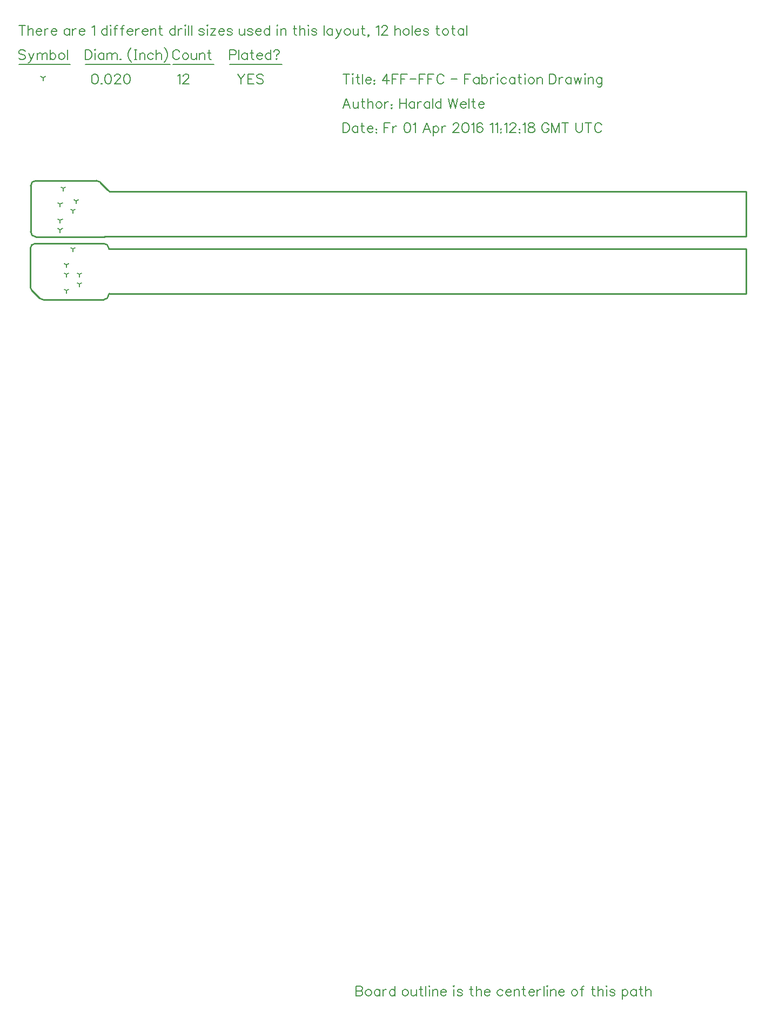
<source format=gbr>
G04 start of page 13 for group -3984 idx -3984 *
G04 Title: 4FF-FFC, fab *
G04 Creator: pcb 20140316 *
G04 CreationDate: Fr 01 Apr 2016 11:12:18 GMT UTC *
G04 For: laforge *
G04 Format: Gerber/RS-274X *
G04 PCB-Dimensions (mil): 6000.00 5000.00 *
G04 PCB-Coordinate-Origin: lower left *
%MOIN*%
%FSLAX25Y25*%
%LNFAB*%
%ADD39C,0.0100*%
%ADD38C,0.0060*%
%ADD37C,0.0080*%
G54D37*X25591Y462598D02*Y460998D01*
Y462598D02*X26977Y463398D01*
X25591Y462598D02*X24204Y463398D01*
X25591Y468504D02*Y466904D01*
Y468504D02*X26977Y469304D01*
X25591Y468504D02*X24204Y469304D01*
X25591Y478346D02*Y476746D01*
Y478346D02*X26977Y479146D01*
X25591Y478346D02*X24204Y479146D01*
X27559Y488189D02*Y486589D01*
Y488189D02*X28946Y488989D01*
X27559Y488189D02*X26172Y488989D01*
X33465Y474409D02*Y472809D01*
Y474409D02*X34851Y475209D01*
X33465Y474409D02*X32078Y475209D01*
X35433Y480315D02*Y478715D01*
Y480315D02*X36820Y481115D01*
X35433Y480315D02*X34046Y481115D01*
X29528Y435039D02*Y433439D01*
Y435039D02*X30914Y435839D01*
X29528Y435039D02*X28141Y435839D01*
X29528Y440945D02*Y439345D01*
Y440945D02*X30914Y441745D01*
X29528Y440945D02*X28141Y441745D01*
X33465Y450787D02*Y449187D01*
Y450787D02*X34851Y451587D01*
X33465Y450787D02*X32078Y451587D01*
X37402Y435039D02*Y433439D01*
Y435039D02*X38788Y435839D01*
X37402Y435039D02*X36015Y435839D01*
X29528Y425197D02*Y423597D01*
Y425197D02*X30914Y425997D01*
X29528Y425197D02*X28141Y425997D01*
X37402Y429134D02*Y427534D01*
Y429134D02*X38788Y429934D01*
X37402Y429134D02*X36015Y429934D01*
X15000Y556250D02*Y554650D01*
Y556250D02*X16387Y557050D01*
X15000Y556250D02*X13613Y557050D01*
G54D38*X135000Y558500D02*X137284Y555642D01*
Y552500D01*
X139572Y558500D02*X137284Y555642D01*
X141372Y558500D02*Y552500D01*
Y558500D02*X145086D01*
X141372Y555642D02*X143657D01*
X141372Y552500D02*X145086D01*
X150885Y557642D02*X150314Y558214D01*
X149457Y558500D01*
X148314D02*X149457D01*
X148314D02*X147456Y558214D01*
X146886Y557642D01*
Y557072D01*
X147170Y556499D01*
X147456Y556214D01*
X148029Y555929D01*
X149744Y555358D01*
X150314Y555071D01*
X150599Y554786D01*
X150885Y554214D01*
Y553356D01*
X150314Y552786D01*
X149457Y552500D01*
X148314D02*X149457D01*
X148314D02*X147456Y552786D01*
X146886Y553356D01*
X98000Y557358D02*X98570Y557644D01*
X99428Y558500D01*
Y552500D01*
X101513Y557358D02*Y557072D01*
Y557358D02*X101800Y557928D01*
X102083Y558215D01*
X102656Y558500D01*
X103798D01*
X104371Y558215D01*
X104656Y557928D01*
X104941Y557358D01*
Y556786D01*
X104656Y556214D01*
X104084Y555358D01*
X101228Y552500D01*
X105227D01*
X46714Y558500D02*X45858Y558215D01*
X45285Y557358D01*
X45000Y555930D01*
Y555072D01*
X45285Y553643D01*
X45858Y552786D01*
X46714Y552500D01*
X47286D01*
X48142Y552786D01*
X48714Y553643D01*
X49000Y555072D01*
Y555930D02*Y555072D01*
Y555930D02*X48714Y557358D01*
X48142Y558215D01*
X47286Y558500D01*
X46714D02*X47286D01*
X51086Y552950D02*X50801Y552664D01*
X51086Y552380D01*
X51371Y552664D01*
X51086Y552950D01*
X54885Y558500D02*X54029Y558215D01*
X53456Y557358D01*
X53171Y555930D01*
Y555072D01*
X53456Y553643D01*
X54029Y552786D01*
X54885Y552500D01*
X55457D01*
X56313Y552786D01*
X56885Y553643D01*
X57171Y555072D01*
Y555930D02*Y555072D01*
Y555930D02*X56885Y557358D01*
X56313Y558215D01*
X55457Y558500D01*
X54885D02*X55457D01*
X59256Y557358D02*Y557072D01*
Y557358D02*X59543Y557928D01*
X59826Y558215D01*
X60399Y558500D01*
X61541D01*
X62114Y558215D01*
X62399Y557928D01*
X62684Y557358D01*
Y556786D01*
X62399Y556214D01*
X61827Y555358D01*
X58971Y552500D01*
X62970D01*
X66485Y558500D02*X65628Y558215D01*
X65055Y557358D01*
X64770Y555930D01*
Y555072D01*
X65055Y553643D01*
X65628Y552786D01*
X66485Y552500D01*
X67056D01*
X67913Y552786D01*
X68484Y553643D01*
X68771Y555072D01*
Y555930D02*Y555072D01*
Y555930D02*X68484Y557358D01*
X67913Y558215D01*
X67056Y558500D01*
X66485D02*X67056D01*
X3999Y572642D02*X3428Y573214D01*
X2571Y573500D01*
X1428D02*X2571D01*
X1428D02*X570Y573214D01*
X0Y572642D01*
Y572072D01*
X284Y571499D01*
X570Y571214D01*
X1143Y570929D01*
X2858Y570358D01*
X3428Y570071D01*
X3712Y569786D01*
X3999Y569214D01*
Y568356D01*
X3428Y567786D01*
X2571Y567500D01*
X1428D02*X2571D01*
X1428D02*X570Y567786D01*
X0Y568356D01*
X6084Y571500D02*X7799Y567502D01*
X9513Y571500D02*X7799Y567502D01*
X7227Y566360D01*
X6657Y565787D01*
X6084Y565500D01*
X5799D02*X6084D01*
X11313Y571500D02*Y567502D01*
Y570359D02*X12168Y571217D01*
X12741Y571500D01*
X13598D01*
X14169Y571217D01*
X14454Y570359D01*
Y567502D01*
Y570359D02*X15312Y571217D01*
X15882Y571500D01*
X16740D01*
X17310Y571217D01*
X17597Y570359D01*
Y567502D01*
X19397Y573500D02*Y567500D01*
Y570644D02*X19968Y571216D01*
X20538Y571500D01*
X21396D01*
X21966Y571216D01*
X22539Y570644D01*
X22826Y569788D01*
Y569216D01*
X22539Y568360D01*
X21966Y567786D01*
X21396Y567500D01*
X20538D02*X21396D01*
X20538D02*X19968Y567786D01*
X19397Y568360D01*
X26054Y571500D02*X25481Y571217D01*
X24909Y570646D01*
X24626Y569789D01*
Y569216D01*
X24909Y568360D01*
X25481Y567788D01*
X26054Y567502D01*
X26910D01*
X27482Y567788D01*
X28052Y568360D01*
X28338Y569216D01*
Y569789D02*Y569216D01*
Y569789D02*X28052Y570646D01*
X27482Y571217D01*
X26910Y571500D01*
X26054D02*X26910D01*
X30138Y573500D02*Y567500D01*
X0Y564500D02*X31938D01*
X41000Y573500D02*Y567500D01*
Y573500D02*X43001D01*
X43858Y573214D01*
X44429Y572642D01*
X44714Y572072D01*
X44999Y571214D01*
Y569784D01*
X44714Y568928D01*
X44429Y568356D01*
X43858Y567786D01*
X43001Y567500D01*
X41000D02*X43001D01*
X47084Y571514D02*Y567515D01*
X46799Y573515D02*X47084Y573228D01*
X47371Y573515D01*
X47084Y573800D01*
X46799Y573515D01*
X52600Y571500D02*Y567502D01*
Y570646D02*X52027Y571217D01*
X51457Y571500D01*
X50599D02*X51457D01*
X50599D02*X50029Y571217D01*
X49456Y570646D01*
X49171Y569789D01*
Y569216D01*
X49456Y568360D01*
X50029Y567788D01*
X50599Y567502D01*
X51457D01*
X52027Y567788D01*
X52600Y568360D01*
X54400Y571500D02*Y567502D01*
Y570359D02*X55255Y571217D01*
X55828Y571500D01*
X56684D01*
X57256Y571217D01*
X57541Y570359D01*
Y567502D01*
Y570359D02*X58399Y571217D01*
X58969Y571500D01*
X59827D01*
X60397Y571217D01*
X60683Y570359D01*
Y567502D01*
X62768Y567950D02*X62483Y567664D01*
X62768Y567380D01*
X63053Y567664D01*
X62768Y567950D01*
X69553Y575000D02*X68981Y574428D01*
X68410Y573572D01*
X67837Y572428D01*
X67553Y571000D01*
Y569856D01*
X67837Y568428D01*
X68410Y567286D01*
X68981Y566429D01*
X69553Y565858D01*
X71353Y573500D02*X72853D01*
X72103D02*Y567500D01*
X71353D02*X72853D01*
X74653Y571500D02*Y567502D01*
Y570359D02*X75511Y571217D01*
X76081Y571500D01*
X76939D01*
X77509Y571217D01*
X77795Y570359D01*
Y567502D01*
X83024Y570646D02*X82451Y571217D01*
X81881Y571500D01*
X81023D02*X81881D01*
X81023D02*X80453Y571217D01*
X79880Y570646D01*
X79595Y569789D01*
Y569216D01*
X79880Y568360D01*
X80453Y567788D01*
X81023Y567502D01*
X81881D01*
X82451Y567788D01*
X83024Y568360D01*
X84824Y573500D02*Y567500D01*
Y570358D02*X85679Y571216D01*
X86252Y571500D01*
X87109D01*
X87680Y571216D01*
X87967Y570358D01*
Y567500D01*
X89767Y575000D02*X90337Y574428D01*
X90910Y573572D01*
X91481Y572428D01*
X91765Y571000D01*
Y569856D01*
X91481Y568428D01*
X90910Y567286D01*
X90337Y566429D01*
X89767Y565858D01*
X41000Y564500D02*X93565D01*
X99286Y572072D02*X98999Y572642D01*
X98428Y573214D01*
X97858Y573500D01*
X96713D02*X97858D01*
X96713D02*X96143Y573214D01*
X95570Y572642D01*
X95285Y572072D01*
X95000Y571214D01*
Y569784D01*
X95285Y568928D01*
X95570Y568356D01*
X96143Y567786D01*
X96713Y567500D01*
X97858D01*
X98428Y567786D01*
X98999Y568356D01*
X99286Y568928D01*
X102514Y571500D02*X101941Y571217D01*
X101369Y570646D01*
X101086Y569789D01*
Y569216D01*
X101369Y568360D01*
X101941Y567788D01*
X102514Y567502D01*
X103370D01*
X103942Y567788D01*
X104512Y568360D01*
X104798Y569216D01*
Y569789D02*Y569216D01*
Y569789D02*X104512Y570646D01*
X103942Y571217D01*
X103370Y571500D01*
X102514D02*X103370D01*
X106598D02*Y568644D01*
X106883Y567788D01*
X107456Y567502D01*
X108313D01*
X108884Y567788D01*
X109741Y568644D01*
Y571500D02*Y567502D01*
X111541Y571500D02*Y567502D01*
Y570359D02*X112399Y571217D01*
X112969Y571500D01*
X113827D01*
X114397Y571217D01*
X114683Y570359D01*
Y567502D01*
X117341Y573500D02*Y568643D01*
X117625Y567786D01*
X118198Y567500D01*
X118769D01*
X116483Y571500D02*X118483D01*
X95000Y564500D02*X120569D01*
X130000Y573500D02*Y567500D01*
Y573500D02*X132571D01*
X133428Y573214D01*
X133714Y572928D01*
X133999Y572357D01*
Y571499D01*
X133714Y570929D01*
X133428Y570642D01*
X132571Y570358D01*
X130000D02*X132571D01*
X135799Y573500D02*Y567500D01*
X141028Y571500D02*Y567502D01*
Y570646D02*X140455Y571217D01*
X139885Y571500D01*
X139027D02*X139885D01*
X139027D02*X138457Y571217D01*
X137884Y570646D01*
X137599Y569789D01*
Y569216D01*
X137884Y568360D01*
X138457Y567788D01*
X139027Y567502D01*
X139885D01*
X140455Y567788D01*
X141028Y568360D01*
X143686Y573500D02*Y568643D01*
X143970Y567786D01*
X144543Y567500D01*
X145114D01*
X142828Y571500D02*X144828D01*
X146914Y569789D02*X150340D01*
Y570359D02*Y569789D01*
Y570359D02*X150055Y570930D01*
X149770Y571217D01*
X149199Y571500D01*
X148342D02*X149199D01*
X148342D02*X147769Y571217D01*
X147198Y570646D01*
X146914Y569789D01*
Y569216D01*
X147198Y568360D01*
X147769Y567788D01*
X148342Y567502D01*
X149199D01*
X149770Y567788D01*
X150340Y568360D01*
X155566Y573500D02*Y567500D01*
Y570644D02*X154996Y571216D01*
X154425Y571500D01*
X153568D02*X154425D01*
X153568D02*X152995Y571216D01*
X152424Y570644D01*
X152140Y569788D01*
Y569216D01*
X152424Y568360D01*
X152995Y567786D01*
X153568Y567500D01*
X154425D01*
X154996Y567786D01*
X155566Y568360D01*
X157366Y572357D02*Y572072D01*
Y572357D02*X157653Y572928D01*
X157936Y573214D01*
X158509Y573500D01*
X159651D01*
X160224Y573214D01*
X160509Y572928D01*
X160794Y572357D01*
Y571786D01*
X160509Y571216D01*
X160224Y570929D01*
X159081Y570358D01*
Y569501D01*
Y568073D02*X158794Y567786D01*
X159081Y567500D01*
X159364Y567786D01*
X159081Y568073D01*
X130000Y564500D02*X162594D01*
X2000Y588500D02*Y582500D01*
X0Y588500D02*X3999D01*
X5799D02*Y582500D01*
Y585358D02*X6654Y586216D01*
X7227Y586500D01*
X8084D01*
X8655Y586216D01*
X8942Y585358D01*
Y582500D01*
X10742Y584789D02*X14168D01*
Y585359D02*Y584789D01*
Y585359D02*X13883Y585930D01*
X13598Y586217D01*
X13026Y586500D01*
X12170D02*X13026D01*
X12170D02*X11597Y586217D01*
X11025Y585646D01*
X10742Y584789D01*
Y584216D01*
X11025Y583360D01*
X11597Y582788D01*
X12170Y582502D01*
X13026D01*
X13598Y582788D01*
X14168Y583360D01*
X15968Y586500D02*Y582502D01*
Y584786D02*X16253Y585646D01*
X16826Y586216D01*
X17396Y586500D01*
X18254D01*
X20054Y584789D02*X23480D01*
Y585359D02*Y584789D01*
Y585359D02*X23195Y585930D01*
X22910Y586217D01*
X22338Y586500D01*
X21482D02*X22338D01*
X21482D02*X20909Y586217D01*
X20337Y585646D01*
X20054Y584789D01*
Y584216D01*
X20337Y583360D01*
X20909Y582788D01*
X21482Y582502D01*
X22338D01*
X22910Y582788D01*
X23480Y583360D01*
X31409Y586500D02*Y582502D01*
Y585646D02*X30836Y586217D01*
X30266Y586500D01*
X29408D02*X30266D01*
X29408D02*X28838Y586217D01*
X28265Y585646D01*
X27980Y584789D01*
Y584216D01*
X28265Y583360D01*
X28838Y582788D01*
X29408Y582502D01*
X30266D01*
X30836Y582788D01*
X31409Y583360D01*
X33209Y586500D02*Y582502D01*
Y584786D02*X33494Y585646D01*
X34067Y586216D01*
X34637Y586500D01*
X35495D01*
X37295Y584789D02*X40721D01*
Y585359D02*Y584789D01*
Y585359D02*X40436Y585930D01*
X40151Y586217D01*
X39579Y586500D01*
X38723D02*X39579D01*
X38723D02*X38150Y586217D01*
X37578Y585646D01*
X37295Y584789D01*
Y584216D01*
X37578Y583360D01*
X38150Y582788D01*
X38723Y582502D01*
X39579D01*
X40151Y582788D01*
X40721Y583360D01*
X45221Y587358D02*X45791Y587644D01*
X46649Y588500D01*
Y582500D01*
X54575Y588500D02*Y582500D01*
Y585644D02*X54005Y586216D01*
X53433Y586500D01*
X52577D02*X53433D01*
X52577D02*X52004Y586216D01*
X51432Y585644D01*
X51149Y584788D01*
Y584216D01*
X51432Y583360D01*
X52004Y582786D01*
X52577Y582500D01*
X53433D01*
X54005Y582786D01*
X54575Y583360D01*
X56660Y586514D02*Y582515D01*
X56375Y588515D02*X56660Y588228D01*
X56946Y588515D01*
X56660Y588800D01*
X56375Y588515D01*
X60461Y588500D02*X61031D01*
X60461D02*X59888Y588215D01*
X59601Y587358D01*
Y582500D01*
X58746Y586500D02*X60746D01*
X64545Y588500D02*X65115D01*
X64545D02*X63972Y588215D01*
X63686Y587358D01*
Y582500D01*
X62831Y586500D02*X64830D01*
X66915Y584789D02*X70341D01*
Y585359D02*Y584789D01*
Y585359D02*X70056Y585930D01*
X69771Y586217D01*
X69200Y586500D01*
X68343D02*X69200D01*
X68343D02*X67770Y586217D01*
X67199Y585646D01*
X66915Y584789D01*
Y584216D01*
X67199Y583360D01*
X67770Y582788D01*
X68343Y582502D01*
X69200D01*
X69771Y582788D01*
X70341Y583360D01*
X72141Y586500D02*Y582502D01*
Y584786D02*X72426Y585646D01*
X72999Y586216D01*
X73569Y586500D01*
X74427D01*
X76227Y584789D02*X79653D01*
Y585359D02*Y584789D01*
Y585359D02*X79368Y585930D01*
X79083Y586217D01*
X78512Y586500D01*
X77655D02*X78512D01*
X77655D02*X77082Y586217D01*
X76511Y585646D01*
X76227Y584789D01*
Y584216D01*
X76511Y583360D01*
X77082Y582788D01*
X77655Y582502D01*
X78512D01*
X79083Y582788D01*
X79653Y583360D01*
X81453Y586500D02*Y582502D01*
Y585359D02*X82311Y586217D01*
X82881Y586500D01*
X83739D01*
X84309Y586217D01*
X84596Y585359D01*
Y582502D01*
X87254Y588500D02*Y583643D01*
X87537Y582786D01*
X88110Y582500D01*
X88682D01*
X86396Y586500D02*X88395D01*
X96608Y588500D02*Y582500D01*
Y585644D02*X96038Y586216D01*
X95466Y586500D01*
X94610D02*X95466D01*
X94610D02*X94037Y586216D01*
X93465Y585644D01*
X93182Y584788D01*
Y584216D01*
X93465Y583360D01*
X94037Y582786D01*
X94610Y582500D01*
X95466D01*
X96038Y582786D01*
X96608Y583360D01*
X98408Y586500D02*Y582502D01*
Y584786D02*X98693Y585646D01*
X99266Y586216D01*
X99836Y586500D01*
X100694D01*
X102779Y586514D02*Y582515D01*
X102494Y588515D02*X102779Y588228D01*
X103065Y588515D01*
X102779Y588800D01*
X102494Y588515D01*
X104865Y588500D02*Y582500D01*
X106665Y588500D02*Y582500D01*
X114306Y585646D02*X114021Y586216D01*
X113163Y586500D01*
X112307D02*X113163D01*
X112307D02*X111449Y586216D01*
X111165Y585646D01*
X111449Y585072D01*
X112020Y584786D01*
X113450Y584501D01*
X114021Y584216D01*
X114306Y583644D01*
Y583358D01*
X114021Y582788D01*
X113163Y582502D01*
X112307D02*X113163D01*
X112307D02*X111449Y582788D01*
X111165Y583358D01*
X116391Y586514D02*Y582515D01*
X116106Y588515D02*X116391Y588228D01*
X116678Y588515D01*
X116391Y588800D01*
X116106Y588515D01*
X121620Y586500D02*X118478Y582502D01*
Y586500D02*X121620D01*
X118478Y582502D02*X121620D01*
X123420Y584789D02*X126846D01*
Y585359D02*Y584789D01*
Y585359D02*X126561Y585930D01*
X126276Y586217D01*
X125705Y586500D01*
X124848D02*X125705D01*
X124848D02*X124275Y586217D01*
X123704Y585646D01*
X123420Y584789D01*
Y584216D01*
X123704Y583360D01*
X124275Y582788D01*
X124848Y582502D01*
X125705D01*
X126276Y582788D01*
X126846Y583360D01*
X131787Y585646D02*X131502Y586216D01*
X130644Y586500D01*
X129788D02*X130644D01*
X129788D02*X128930Y586216D01*
X128646Y585646D01*
X128930Y585072D01*
X129501Y584786D01*
X130931Y584501D01*
X131502Y584216D01*
X131787Y583644D01*
Y583358D01*
X131502Y582788D01*
X130644Y582502D01*
X129788D02*X130644D01*
X129788D02*X128930Y582788D01*
X128646Y583358D01*
X136287Y586500D02*Y583644D01*
X136572Y582788D01*
X137145Y582502D01*
X138002D01*
X138573Y582788D01*
X139430Y583644D01*
Y586500D02*Y582502D01*
X144371Y585646D02*X144086Y586216D01*
X143228Y586500D01*
X142371D02*X143228D01*
X142371D02*X141513Y586216D01*
X141230Y585646D01*
X141513Y585072D01*
X142085Y584786D01*
X143514Y584501D01*
X144086Y584216D01*
X144371Y583644D01*
Y583358D01*
X144086Y582788D01*
X143228Y582502D01*
X142371D02*X143228D01*
X142371D02*X141513Y582788D01*
X141230Y583358D01*
X146171Y584789D02*X149597D01*
Y585359D02*Y584789D01*
Y585359D02*X149312Y585930D01*
X149027Y586217D01*
X148455Y586500D01*
X147599D02*X148455D01*
X147599D02*X147026Y586217D01*
X146454Y585646D01*
X146171Y584789D01*
Y584216D01*
X146454Y583360D01*
X147026Y582788D01*
X147599Y582502D01*
X148455D01*
X149027Y582788D01*
X149597Y583360D01*
X154823Y588500D02*Y582500D01*
Y585644D02*X154253Y586216D01*
X153681Y586500D01*
X152825D02*X153681D01*
X152825D02*X152252Y586216D01*
X151680Y585644D01*
X151397Y584788D01*
Y584216D01*
X151680Y583360D01*
X152252Y582786D01*
X152825Y582500D01*
X153681D01*
X154253Y582786D01*
X154823Y583360D01*
X159608Y586514D02*Y582515D01*
X159323Y588515D02*X159608Y588228D01*
X159894Y588515D01*
X159608Y588800D01*
X159323Y588515D01*
X161694Y586500D02*Y582502D01*
Y585359D02*X162552Y586217D01*
X163122Y586500D01*
X163980D01*
X164550Y586217D01*
X164837Y585359D01*
Y582502D01*
X170195Y588500D02*Y583643D01*
X170478Y582786D01*
X171051Y582500D01*
X171623D01*
X169337Y586500D02*X171336D01*
X173423Y588500D02*Y582500D01*
Y585358D02*X174278Y586216D01*
X174851Y586500D01*
X175707D01*
X176279Y586216D01*
X176565Y585358D01*
Y582500D01*
X178650Y586514D02*Y582515D01*
X178365Y588515D02*X178650Y588228D01*
X178937Y588515D01*
X178650Y588800D01*
X178365Y588515D01*
X183878Y585646D02*X183593Y586216D01*
X182735Y586500D01*
X181878D02*X182735D01*
X181878D02*X181020Y586216D01*
X180737Y585646D01*
X181020Y585072D01*
X181592Y584786D01*
X183021Y584501D01*
X183593Y584216D01*
X183878Y583644D01*
Y583358D01*
X183593Y582788D01*
X182735Y582502D01*
X181878D02*X182735D01*
X181878D02*X181020Y582788D01*
X180737Y583358D01*
X188378Y588500D02*Y582500D01*
X193607Y586500D02*Y582502D01*
Y585646D02*X193034Y586217D01*
X192464Y586500D01*
X191606D02*X192464D01*
X191606D02*X191036Y586217D01*
X190463Y585646D01*
X190178Y584789D01*
Y584216D01*
X190463Y583360D01*
X191036Y582788D01*
X191606Y582502D01*
X192464D01*
X193034Y582788D01*
X193607Y583360D01*
X195692Y586500D02*X197406Y582502D01*
X199121Y586500D02*X197406Y582502D01*
X196835Y581360D01*
X196265Y580787D01*
X195692Y580500D01*
X195407D02*X195692D01*
X202349Y586500D02*X201776Y586217D01*
X201204Y585646D01*
X200921Y584789D01*
Y584216D01*
X201204Y583360D01*
X201776Y582788D01*
X202349Y582502D01*
X203205D01*
X203777Y582788D01*
X204347Y583360D01*
X204633Y584216D01*
Y584789D02*Y584216D01*
Y584789D02*X204347Y585646D01*
X203777Y586217D01*
X203205Y586500D01*
X202349D02*X203205D01*
X206433D02*Y583644D01*
X206718Y582788D01*
X207291Y582502D01*
X208148D01*
X208719Y582788D01*
X209576Y583644D01*
Y586500D02*Y582502D01*
X212234Y588500D02*Y583643D01*
X212517Y582786D01*
X213090Y582500D01*
X213662D01*
X211376Y586500D02*X213375D01*
X216033Y582664D02*X215748Y582380D01*
X215462Y582664D01*
X215748Y582950D01*
X216033Y582664D01*
Y582094D01*
X215462Y581522D01*
X220533Y587358D02*X221103Y587644D01*
X221961Y588500D01*
Y582500D01*
X224046Y587358D02*Y587072D01*
Y587358D02*X224333Y587928D01*
X224616Y588215D01*
X225189Y588500D01*
X226331D01*
X226904Y588215D01*
X227189Y587928D01*
X227474Y587358D01*
Y586786D01*
X227189Y586214D01*
X226617Y585358D01*
X223761Y582500D01*
X227760D01*
X232260Y588500D02*Y582500D01*
Y585358D02*X233115Y586216D01*
X233688Y586500D01*
X234545D01*
X235116Y586216D01*
X235403Y585358D01*
Y582500D01*
X238631Y586500D02*X238058Y586217D01*
X237486Y585646D01*
X237203Y584789D01*
Y584216D01*
X237486Y583360D01*
X238058Y582788D01*
X238631Y582502D01*
X239487D01*
X240059Y582788D01*
X240629Y583360D01*
X240915Y584216D01*
Y584789D02*Y584216D01*
Y584789D02*X240629Y585646D01*
X240059Y586217D01*
X239487Y586500D01*
X238631D02*X239487D01*
X242715Y588500D02*Y582500D01*
X244515Y584789D02*X247941D01*
Y585359D02*Y584789D01*
Y585359D02*X247656Y585930D01*
X247371Y586217D01*
X246800Y586500D01*
X245943D02*X246800D01*
X245943D02*X245370Y586217D01*
X244799Y585646D01*
X244515Y584789D01*
Y584216D01*
X244799Y583360D01*
X245370Y582788D01*
X245943Y582502D01*
X246800D01*
X247371Y582788D01*
X247941Y583360D01*
X252882Y585646D02*X252597Y586216D01*
X251739Y586500D01*
X250883D02*X251739D01*
X250883D02*X250025Y586216D01*
X249741Y585646D01*
X250025Y585072D01*
X250596Y584786D01*
X252026Y584501D01*
X252597Y584216D01*
X252882Y583644D01*
Y583358D01*
X252597Y582788D01*
X251739Y582502D01*
X250883D02*X251739D01*
X250883D02*X250025Y582788D01*
X249741Y583358D01*
X258240Y588500D02*Y583643D01*
X258524Y582786D01*
X259097Y582500D01*
X259668D01*
X257382Y586500D02*X259382D01*
X262896D02*X262323Y586217D01*
X261752Y585646D01*
X261468Y584789D01*
Y584216D01*
X261752Y583360D01*
X262323Y582788D01*
X262896Y582502D01*
X263753D01*
X264324Y582788D01*
X264894Y583360D01*
X265181Y584216D01*
Y584789D02*Y584216D01*
Y584789D02*X264894Y585646D01*
X264324Y586217D01*
X263753Y586500D01*
X262896D02*X263753D01*
X267839Y588500D02*Y583643D01*
X268122Y582786D01*
X268695Y582500D01*
X269267D01*
X266981Y586500D02*X268980D01*
X274496D02*Y582502D01*
Y585646D02*X273923Y586217D01*
X273353Y586500D01*
X272495D02*X273353D01*
X272495D02*X271925Y586217D01*
X271352Y585646D01*
X271067Y584789D01*
Y584216D01*
X271352Y583360D01*
X271925Y582788D01*
X272495Y582502D01*
X273353D01*
X273923Y582788D01*
X274496Y583360D01*
X276296Y588500D02*Y582500D01*
G54D39*X14965Y419528D02*X52441D01*
X10315Y454173D02*X52441D01*
X7165Y451024D02*Y427327D01*
X8087Y425102D02*X12740Y420449D01*
X55627Y423361D02*X55591Y422677D01*
X10551Y458228D02*X52677D01*
X54906Y487299D02*X50252Y491953D01*
X48028Y492874D02*X10551D01*
X7402Y489724D02*Y461378D01*
X448819Y458661D02*X53110D01*
X52677Y458228D01*
X448819Y458661D02*Y486220D01*
X55984D01*
X54906Y487299D01*
X448819Y450787D02*X55827D01*
X55591Y451024D01*
X448819Y450787D02*Y423228D01*
X55760D01*
X55627Y423361D01*
X52441Y419528D02*G75*G03X55591Y422677I0J3150D01*G01*
X10315Y454173D02*G75*G03X7165Y451024I0J-3150D01*G01*
X12737Y420450D02*G75*G03X14965Y419528I2227J2227D01*G01*
X55591Y451024D02*G75*G03X52441Y454173I-3150J0D01*G01*
X7165Y427327D02*G75*G03X8088Y425100I3150J0D01*G01*
X50255Y491952D02*G75*G03X48028Y492874I-2227J-2227D01*G01*
X10551D02*G75*G03X7402Y489724I0J-3150D01*G01*
Y461378D02*G75*G03X10551Y458228I3150J0D01*G01*
G54D38*X208120Y-3500D02*Y-9500D01*
Y-3500D02*X210691D01*
X211547Y-3786D01*
X211834Y-4072D01*
X212119Y-4644D01*
Y-5214D01*
X211834Y-5786D01*
X211547Y-6072D01*
X210691Y-6358D01*
X208120D02*X210691D01*
X211547Y-6642D01*
X211834Y-6929D01*
X212119Y-7500D01*
Y-8357D01*
X211834Y-8930D01*
X211547Y-9214D01*
X210691Y-9500D01*
X208120D02*X210691D01*
X215347Y-5500D02*X214774Y-5783D01*
X214202Y-6354D01*
X213919Y-7211D01*
Y-7784D01*
X214202Y-8640D01*
X214774Y-9212D01*
X215347Y-9498D01*
X216203D01*
X216775Y-9212D01*
X217345Y-8640D01*
X217631Y-7784D01*
Y-7211D02*Y-7784D01*
Y-7211D02*X217345Y-6354D01*
X216775Y-5783D01*
X216203Y-5500D01*
X215347D02*X216203D01*
X222860D02*Y-9498D01*
Y-6354D02*X222287Y-5783D01*
X221717Y-5500D01*
X220859D02*X221717D01*
X220859D02*X220289Y-5783D01*
X219716Y-6354D01*
X219431Y-7211D01*
Y-7784D01*
X219716Y-8640D01*
X220289Y-9212D01*
X220859Y-9498D01*
X221717D01*
X222287Y-9212D01*
X222860Y-8640D01*
X224660Y-5500D02*Y-9498D01*
Y-7214D02*X224945Y-6354D01*
X225518Y-5784D01*
X226088Y-5500D01*
X226946D01*
X232172Y-3500D02*Y-9500D01*
Y-6356D02*X231602Y-5784D01*
X231031Y-5500D01*
X230174D02*X231031D01*
X230174D02*X229601Y-5784D01*
X229030Y-6356D01*
X228746Y-7212D01*
Y-7784D01*
X229030Y-8640D01*
X229601Y-9214D01*
X230174Y-9500D01*
X231031D01*
X231602Y-9214D01*
X232172Y-8640D01*
X238100Y-5500D02*X237527Y-5783D01*
X236956Y-6354D01*
X236672Y-7211D01*
Y-7784D01*
X236956Y-8640D01*
X237527Y-9212D01*
X238100Y-9498D01*
X238957D01*
X239528Y-9212D01*
X240098Y-8640D01*
X240385Y-7784D01*
Y-7211D02*Y-7784D01*
Y-7211D02*X240098Y-6354D01*
X239528Y-5783D01*
X238957Y-5500D01*
X238100D02*X238957D01*
X242185D02*Y-8356D01*
X242470Y-9212D01*
X243043Y-9498D01*
X243899D01*
X244471Y-9212D01*
X245327Y-8356D01*
Y-5500D02*Y-9498D01*
X247985Y-3500D02*Y-8357D01*
X248269Y-9214D01*
X248842Y-9500D01*
X249413D01*
X247127Y-5500D02*X249127D01*
X251213Y-3500D02*Y-9500D01*
X253298Y-5486D02*Y-9485D01*
X253013Y-3485D02*X253298Y-3772D01*
X253585Y-3485D01*
X253298Y-3200D01*
X253013Y-3485D01*
X255385Y-5500D02*Y-9498D01*
Y-6641D02*X256243Y-5783D01*
X256813Y-5500D01*
X257671D01*
X258241Y-5783D01*
X258527Y-6641D01*
Y-9498D01*
X260327Y-7211D02*X263753D01*
Y-6641D02*Y-7211D01*
Y-6641D02*X263468Y-6070D01*
X263183Y-5783D01*
X262612Y-5500D01*
X261755D02*X262612D01*
X261755D02*X261182Y-5783D01*
X260611Y-6354D01*
X260327Y-7211D01*
Y-7784D01*
X260611Y-8640D01*
X261182Y-9212D01*
X261755Y-9498D01*
X262612D01*
X263183Y-9212D01*
X263753Y-8640D01*
X268538Y-5486D02*Y-9485D01*
X268253Y-3485D02*X268538Y-3772D01*
X268825Y-3485D01*
X268538Y-3200D01*
X268253Y-3485D01*
X273766Y-6354D02*X273481Y-5784D01*
X272623Y-5500D01*
X271766D02*X272623D01*
X271766D02*X270908Y-5784D01*
X270625Y-6354D01*
X270908Y-6928D01*
X271480Y-7214D01*
X272909Y-7499D01*
X273481Y-7784D01*
X273766Y-8356D01*
Y-8642D01*
X273481Y-9212D01*
X272623Y-9498D01*
X271766D02*X272623D01*
X271766D02*X270908Y-9212D01*
X270625Y-8642D01*
X279124Y-3500D02*Y-8357D01*
X279407Y-9214D01*
X279980Y-9500D01*
X280552D01*
X278266Y-5500D02*X280265D01*
X282352Y-3500D02*Y-9500D01*
Y-6642D02*X283207Y-5784D01*
X283780Y-5500D01*
X284636D01*
X285208Y-5784D01*
X285494Y-6642D01*
Y-9500D01*
X287294Y-7211D02*X290720D01*
Y-6641D02*Y-7211D01*
Y-6641D02*X290435Y-6070D01*
X290150Y-5783D01*
X289579Y-5500D01*
X288722D02*X289579D01*
X288722D02*X288149Y-5783D01*
X287578Y-6354D01*
X287294Y-7211D01*
Y-7784D01*
X287578Y-8640D01*
X288149Y-9212D01*
X288722Y-9498D01*
X289579D01*
X290150Y-9212D01*
X290720Y-8640D01*
X298649Y-6354D02*X298076Y-5783D01*
X297506Y-5500D01*
X296648D02*X297506D01*
X296648D02*X296078Y-5783D01*
X295505Y-6354D01*
X295220Y-7211D01*
Y-7784D01*
X295505Y-8640D01*
X296078Y-9212D01*
X296648Y-9498D01*
X297506D01*
X298076Y-9212D01*
X298649Y-8640D01*
X300449Y-7211D02*X303875D01*
Y-6641D02*Y-7211D01*
Y-6641D02*X303590Y-6070D01*
X303305Y-5783D01*
X302734Y-5500D01*
X301877D02*X302734D01*
X301877D02*X301304Y-5783D01*
X300733Y-6354D01*
X300449Y-7211D01*
Y-7784D01*
X300733Y-8640D01*
X301304Y-9212D01*
X301877Y-9498D01*
X302734D01*
X303305Y-9212D01*
X303875Y-8640D01*
X305675Y-5500D02*Y-9498D01*
Y-6641D02*X306533Y-5783D01*
X307103Y-5500D01*
X307961D01*
X308531Y-5783D01*
X308818Y-6641D01*
Y-9498D01*
X311476Y-3500D02*Y-8357D01*
X311759Y-9214D01*
X312332Y-9500D01*
X312904D01*
X310618Y-5500D02*X312617D01*
X314704Y-7211D02*X318130D01*
Y-6641D02*Y-7211D01*
Y-6641D02*X317845Y-6070D01*
X317560Y-5783D01*
X316988Y-5500D01*
X316132D02*X316988D01*
X316132D02*X315559Y-5783D01*
X314987Y-6354D01*
X314704Y-7211D01*
Y-7784D01*
X314987Y-8640D01*
X315559Y-9212D01*
X316132Y-9498D01*
X316988D01*
X317560Y-9212D01*
X318130Y-8640D01*
X319930Y-5500D02*Y-9498D01*
Y-7214D02*X320215Y-6354D01*
X320788Y-5784D01*
X321358Y-5500D01*
X322216D01*
X324016Y-3500D02*Y-9500D01*
X326101Y-5486D02*Y-9485D01*
X325816Y-3485D02*X326101Y-3772D01*
X326387Y-3485D01*
X326101Y-3200D01*
X325816Y-3485D01*
X328187Y-5500D02*Y-9498D01*
Y-6641D02*X329045Y-5783D01*
X329615Y-5500D01*
X330473D01*
X331043Y-5783D01*
X331330Y-6641D01*
Y-9498D01*
X333130Y-7211D02*X336556D01*
Y-6641D02*Y-7211D01*
Y-6641D02*X336271Y-6070D01*
X335986Y-5783D01*
X335414Y-5500D01*
X334558D02*X335414D01*
X334558D02*X333985Y-5783D01*
X333413Y-6354D01*
X333130Y-7211D01*
Y-7784D01*
X333413Y-8640D01*
X333985Y-9212D01*
X334558Y-9498D01*
X335414D01*
X335986Y-9212D01*
X336556Y-8640D01*
X342484Y-5500D02*X341911Y-5783D01*
X341339Y-6354D01*
X341056Y-7211D01*
Y-7784D01*
X341339Y-8640D01*
X341911Y-9212D01*
X342484Y-9498D01*
X343340D01*
X343912Y-9212D01*
X344482Y-8640D01*
X344768Y-7784D01*
Y-7211D02*Y-7784D01*
Y-7211D02*X344482Y-6354D01*
X343912Y-5783D01*
X343340Y-5500D01*
X342484D02*X343340D01*
X348283Y-3500D02*X348853D01*
X348283D02*X347710Y-3785D01*
X347423Y-4642D01*
Y-9500D01*
X346568Y-5500D02*X348568D01*
X354211Y-3500D02*Y-8357D01*
X354494Y-9214D01*
X355067Y-9500D01*
X355639D01*
X353353Y-5500D02*X355352D01*
X357439Y-3500D02*Y-9500D01*
Y-6642D02*X358294Y-5784D01*
X358867Y-5500D01*
X359723D01*
X360295Y-5784D01*
X360581Y-6642D01*
Y-9500D01*
X362666Y-5486D02*Y-9485D01*
X362381Y-3485D02*X362666Y-3772D01*
X362953Y-3485D01*
X362666Y-3200D01*
X362381Y-3485D01*
X367894Y-6354D02*X367609Y-5784D01*
X366751Y-5500D01*
X365894D02*X366751D01*
X365894D02*X365036Y-5784D01*
X364753Y-6354D01*
X365036Y-6928D01*
X365608Y-7214D01*
X367037Y-7499D01*
X367609Y-7784D01*
X367894Y-8356D01*
Y-8642D01*
X367609Y-9212D01*
X366751Y-9498D01*
X365894D02*X366751D01*
X365894D02*X365036Y-9212D01*
X364753Y-8642D01*
X372394Y-5500D02*Y-11500D01*
Y-6354D02*X372965Y-5784D01*
X373535Y-5500D01*
X374393D01*
X374965Y-5784D01*
X375536Y-6354D01*
X375823Y-7214D01*
Y-7784D01*
X375536Y-8642D01*
X374965Y-9212D01*
X374393Y-9498D01*
X373535D02*X374393D01*
X373535D02*X372965Y-9212D01*
X372394Y-8642D01*
X381052Y-5500D02*Y-9498D01*
Y-6354D02*X380479Y-5783D01*
X379909Y-5500D01*
X379051D02*X379909D01*
X379051D02*X378481Y-5783D01*
X377908Y-6354D01*
X377623Y-7211D01*
Y-7784D01*
X377908Y-8640D01*
X378481Y-9212D01*
X379051Y-9498D01*
X379909D01*
X380479Y-9212D01*
X381052Y-8640D01*
X383710Y-3500D02*Y-8357D01*
X383993Y-9214D01*
X384566Y-9500D01*
X385138D01*
X382852Y-5500D02*X384851D01*
X386938Y-3500D02*Y-9500D01*
Y-6642D02*X387793Y-5784D01*
X388366Y-5500D01*
X389222D01*
X389794Y-5784D01*
X390080Y-6642D01*
Y-9500D01*
X200000Y528500D02*Y522500D01*
Y528500D02*X202001D01*
X202858Y528214D01*
X203429Y527642D01*
X203714Y527072D01*
X203999Y526214D01*
Y524784D01*
X203714Y523928D01*
X203429Y523356D01*
X202858Y522786D01*
X202001Y522500D01*
X200000D02*X202001D01*
X209228Y526500D02*Y522502D01*
Y525646D02*X208655Y526217D01*
X208085Y526500D01*
X207227D02*X208085D01*
X207227D02*X206657Y526217D01*
X206084Y525646D01*
X205799Y524789D01*
Y524216D01*
X206084Y523360D01*
X206657Y522788D01*
X207227Y522502D01*
X208085D01*
X208655Y522788D01*
X209228Y523360D01*
X211886Y528500D02*Y523643D01*
X212170Y522786D01*
X212743Y522500D01*
X213314D01*
X211028Y526500D02*X213028D01*
X215114Y524789D02*X218540D01*
Y525359D02*Y524789D01*
Y525359D02*X218255Y525930D01*
X217970Y526217D01*
X217399Y526500D01*
X216542D02*X217399D01*
X216542D02*X215969Y526217D01*
X215398Y525646D01*
X215114Y524789D01*
Y524216D01*
X215398Y523360D01*
X215969Y522788D01*
X216542Y522502D01*
X217399D01*
X217970Y522788D01*
X218540Y523360D01*
X220625Y524900D02*X220340Y524614D01*
X220625Y524328D01*
X220910Y524614D01*
X220625Y524900D01*
Y522899D02*X220340Y522612D01*
X220625Y522329D01*
X220910Y522612D01*
X220625Y522899D01*
X225410Y528500D02*Y522500D01*
Y528500D02*X229123D01*
X225410Y525642D02*X227695D01*
X230923Y526500D02*Y522502D01*
Y524786D02*X231208Y525646D01*
X231781Y526216D01*
X232351Y526500D01*
X233209D01*
X239423Y528500D02*X238567Y528215D01*
X237994Y527358D01*
X237709Y525930D01*
Y525072D01*
X237994Y523643D01*
X238567Y522786D01*
X239423Y522500D01*
X239995D01*
X240851Y522786D01*
X241423Y523643D01*
X241709Y525072D01*
Y525930D02*Y525072D01*
Y525930D02*X241423Y527358D01*
X240851Y528215D01*
X239995Y528500D01*
X239423D02*X239995D01*
X243509Y527358D02*X244079Y527644D01*
X244937Y528500D01*
Y522500D01*
X251723Y528500D02*X249437Y522500D01*
X251723Y528500D02*X254009Y522500D01*
X250295Y524500D02*X253153D01*
X255809Y526500D02*Y520500D01*
Y525646D02*X256381Y526216D01*
X256951Y526500D01*
X257809D01*
X258380Y526216D01*
X258952Y525646D01*
X259238Y524786D01*
Y524216D01*
X258952Y523358D01*
X258380Y522788D01*
X257809Y522502D01*
X256951D02*X257809D01*
X256951D02*X256381Y522788D01*
X255809Y523358D01*
X261038Y526500D02*Y522502D01*
Y524786D02*X261323Y525646D01*
X261896Y526216D01*
X262466Y526500D01*
X263324D01*
X268109Y527358D02*Y527072D01*
Y527358D02*X268396Y527928D01*
X268679Y528215D01*
X269252Y528500D01*
X270394D01*
X270967Y528215D01*
X271252Y527928D01*
X271537Y527358D01*
Y526786D01*
X271252Y526214D01*
X270680Y525358D01*
X267824Y522500D01*
X271823D01*
X275338Y528500D02*X274481Y528215D01*
X273908Y527358D01*
X273623Y525930D01*
Y525072D01*
X273908Y523643D01*
X274481Y522786D01*
X275338Y522500D01*
X275909D01*
X276766Y522786D01*
X277337Y523643D01*
X277624Y525072D01*
Y525930D02*Y525072D01*
Y525930D02*X277337Y527358D01*
X276766Y528215D01*
X275909Y528500D01*
X275338D02*X275909D01*
X279424Y527358D02*X279994Y527644D01*
X280852Y528500D01*
Y522500D01*
X286079Y527644D02*X285794Y528215D01*
X284936Y528500D01*
X284366D02*X284936D01*
X284366D02*X283507Y528215D01*
X282937Y527358D01*
X282652Y525930D01*
Y524501D01*
X282937Y523358D01*
X283507Y522786D01*
X284366Y522500D01*
X284651D01*
X285508Y522786D01*
X286079Y523358D01*
X286364Y524216D01*
Y524501D02*Y524216D01*
Y524501D02*X286079Y525358D01*
X285508Y525930D01*
X284651Y526214D01*
X284366D02*X284651D01*
X284366D02*X283507Y525930D01*
X282937Y525358D01*
X282652Y524501D01*
X290864Y527358D02*X291434Y527644D01*
X292292Y528500D01*
Y522500D01*
X294092Y527358D02*X294662Y527644D01*
X295520Y528500D01*
Y522500D01*
X297605Y524900D02*X297320Y524614D01*
X297605Y524328D01*
X297890Y524614D01*
X297605Y524900D01*
Y522899D02*X297320Y522612D01*
X297605Y522329D01*
X297890Y522612D01*
X297605Y522899D01*
X299690Y527358D02*X300260Y527644D01*
X301118Y528500D01*
Y522500D01*
X303203Y527358D02*Y527072D01*
Y527358D02*X303490Y527928D01*
X303773Y528215D01*
X304346Y528500D01*
X305488D01*
X306061Y528215D01*
X306346Y527928D01*
X306631Y527358D01*
Y526786D01*
X306346Y526214D01*
X305774Y525358D01*
X302918Y522500D01*
X306917D01*
X309002Y524900D02*X308717Y524614D01*
X309002Y524328D01*
X309287Y524614D01*
X309002Y524900D01*
Y522899D02*X308717Y522612D01*
X309002Y522329D01*
X309287Y522612D01*
X309002Y522899D01*
X311087Y527358D02*X311657Y527644D01*
X312515Y528500D01*
Y522500D01*
X315743Y528500D02*X314885Y528215D01*
X314600Y527644D01*
Y527072D01*
X314885Y526500D01*
X315457Y526214D01*
X316600Y525930D01*
X317458Y525644D01*
X318028Y525072D01*
X318314Y524501D01*
Y523643D01*
X318028Y523073D01*
X317741Y522786D01*
X316885Y522500D01*
X315743D02*X316885D01*
X315743D02*X314885Y522786D01*
X314600Y523073D01*
X314315Y523643D01*
Y524501D02*Y523643D01*
Y524501D02*X314600Y525072D01*
X315170Y525644D01*
X316028Y525930D01*
X317171Y526214D01*
X317741Y526500D01*
X318028Y527072D01*
Y527644D02*Y527072D01*
Y527644D02*X317741Y528215D01*
X316885Y528500D01*
X315743D02*X316885D01*
X327100Y527072D02*X326813Y527642D01*
X326243Y528214D01*
X325672Y528500D01*
X324529D02*X325672D01*
X324529D02*X323957Y528214D01*
X323386Y527642D01*
X323101Y527072D01*
X322814Y526214D01*
Y524784D01*
X323101Y523928D01*
X323386Y523356D01*
X323957Y522786D01*
X324529Y522500D01*
X325672D01*
X326243Y522786D01*
X326813Y523356D01*
X327100Y523928D01*
Y524784D02*Y523928D01*
X325672Y524784D02*X327100D01*
X328900Y528500D02*Y522500D01*
Y528500D02*X331184Y522500D01*
X333472Y528500D02*X331184Y522500D01*
X333472Y528500D02*Y522500D01*
X337271Y528500D02*Y522500D01*
X335272Y528500D02*X339271D01*
X343771D02*Y524215D01*
X344057Y523356D01*
X344627Y522786D01*
X345485Y522500D01*
X346055D01*
X346913Y522786D01*
X347485Y523356D01*
X347770Y524215D01*
Y528500D02*Y524215D01*
X351569Y528500D02*Y522500D01*
X349570Y528500D02*X353569D01*
X359654Y527072D02*X359368Y527642D01*
X358796Y528214D01*
X358226Y528500D01*
X357082D02*X358226D01*
X357082D02*X356512Y528214D01*
X355939Y527642D01*
X355654Y527072D01*
X355369Y526214D01*
Y524784D01*
X355654Y523928D01*
X355939Y523356D01*
X356512Y522786D01*
X357082Y522500D01*
X358226D01*
X358796Y522786D01*
X359368Y523356D01*
X359654Y523928D01*
X202286Y543500D02*X200000Y537500D01*
X202286Y543500D02*X204572Y537500D01*
X200858Y539500D02*X203716D01*
X206372Y541500D02*Y538644D01*
X206657Y537788D01*
X207230Y537502D01*
X208087D01*
X208658Y537788D01*
X209515Y538644D01*
Y541500D02*Y537502D01*
X212173Y543500D02*Y538643D01*
X212456Y537786D01*
X213029Y537500D01*
X213601D01*
X211315Y541500D02*X213314D01*
X215401Y543500D02*Y537500D01*
Y540358D02*X216256Y541216D01*
X216829Y541500D01*
X217685D01*
X218257Y541216D01*
X218543Y540358D01*
Y537500D01*
X221771Y541500D02*X221198Y541217D01*
X220627Y540646D01*
X220343Y539789D01*
Y539216D01*
X220627Y538360D01*
X221198Y537788D01*
X221771Y537502D01*
X222628D01*
X223199Y537788D01*
X223769Y538360D01*
X224056Y539216D01*
Y539789D02*Y539216D01*
Y539789D02*X223769Y540646D01*
X223199Y541217D01*
X222628Y541500D01*
X221771D02*X222628D01*
X225856D02*Y537502D01*
Y539786D02*X226141Y540646D01*
X226714Y541216D01*
X227284Y541500D01*
X228142D01*
X230227Y539900D02*X229942Y539614D01*
X230227Y539328D01*
X230512Y539614D01*
X230227Y539900D01*
Y537899D02*X229942Y537612D01*
X230227Y537329D01*
X230512Y537612D01*
X230227Y537899D01*
X235012Y543500D02*Y537500D01*
X239012Y543500D02*Y537500D01*
X235012Y540642D02*X239012D01*
X244241Y541500D02*Y537502D01*
Y540646D02*X243668Y541217D01*
X243098Y541500D01*
X242240D02*X243098D01*
X242240D02*X241670Y541217D01*
X241097Y540646D01*
X240812Y539789D01*
Y539216D01*
X241097Y538360D01*
X241670Y537788D01*
X242240Y537502D01*
X243098D01*
X243668Y537788D01*
X244241Y538360D01*
X246041Y541500D02*Y537502D01*
Y539786D02*X246326Y540646D01*
X246899Y541216D01*
X247469Y541500D01*
X248327D01*
X253556D02*Y537502D01*
Y540646D02*X252983Y541217D01*
X252413Y541500D01*
X251555D02*X252413D01*
X251555D02*X250985Y541217D01*
X250412Y540646D01*
X250127Y539789D01*
Y539216D01*
X250412Y538360D01*
X250985Y537788D01*
X251555Y537502D01*
X252413D01*
X252983Y537788D01*
X253556Y538360D01*
X255356Y543500D02*Y537500D01*
X260582Y543500D02*Y537500D01*
Y540644D02*X260012Y541216D01*
X259441Y541500D01*
X258584D02*X259441D01*
X258584D02*X258011Y541216D01*
X257440Y540644D01*
X257156Y539788D01*
Y539216D01*
X257440Y538360D01*
X258011Y537786D01*
X258584Y537500D01*
X259441D01*
X260012Y537786D01*
X260582Y538360D01*
X265082Y543500D02*X266510Y537500D01*
X267940Y543500D02*X266510Y537500D01*
X267940Y543500D02*X269368Y537500D01*
X270796Y543500D02*X269368Y537500D01*
X272596Y539789D02*X276022D01*
Y540359D02*Y539789D01*
Y540359D02*X275737Y540930D01*
X275452Y541217D01*
X274880Y541500D01*
X274024D02*X274880D01*
X274024D02*X273451Y541217D01*
X272879Y540646D01*
X272596Y539789D01*
Y539216D01*
X272879Y538360D01*
X273451Y537788D01*
X274024Y537502D01*
X274880D01*
X275452Y537788D01*
X276022Y538360D01*
X277822Y543500D02*Y537500D01*
X280480Y543500D02*Y538643D01*
X280763Y537786D01*
X281336Y537500D01*
X281908D01*
X279622Y541500D02*X281621D01*
X283708Y539789D02*X287134D01*
Y540359D02*Y539789D01*
Y540359D02*X286849Y540930D01*
X286564Y541217D01*
X285992Y541500D01*
X285136D02*X285992D01*
X285136D02*X284563Y541217D01*
X283991Y540646D01*
X283708Y539789D01*
Y539216D01*
X283991Y538360D01*
X284563Y537788D01*
X285136Y537502D01*
X285992D01*
X286564Y537788D01*
X287134Y538360D01*
X202000Y558500D02*Y552500D01*
X200000Y558500D02*X203999D01*
X206084Y556514D02*Y552515D01*
X205799Y558515D02*X206084Y558228D01*
X206371Y558515D01*
X206084Y558800D01*
X205799Y558515D01*
X209029Y558500D02*Y553643D01*
X209312Y552786D01*
X209885Y552500D01*
X210457D01*
X208171Y556500D02*X210170D01*
X212257Y558500D02*Y552500D01*
X214057Y554789D02*X217483D01*
Y555359D02*Y554789D01*
Y555359D02*X217198Y555930D01*
X216913Y556217D01*
X216341Y556500D01*
X215485D02*X216341D01*
X215485D02*X214912Y556217D01*
X214340Y555646D01*
X214057Y554789D01*
Y554216D01*
X214340Y553360D01*
X214912Y552788D01*
X215485Y552502D01*
X216341D01*
X216913Y552788D01*
X217483Y553360D01*
X219568Y554900D02*X219283Y554614D01*
X219568Y554328D01*
X219853Y554614D01*
X219568Y554900D01*
Y552899D02*X219283Y552612D01*
X219568Y552329D01*
X219853Y552612D01*
X219568Y552899D01*
X227209Y558500D02*X224353Y554501D01*
X228637D01*
X227209Y558500D02*Y552500D01*
X230437Y558500D02*Y552500D01*
Y558500D02*X234149D01*
X230437Y555642D02*X232721D01*
X235949Y558500D02*Y552500D01*
Y558500D02*X239662D01*
X235949Y555642D02*X238234D01*
X241462Y555500D02*X245212D01*
X247012Y558500D02*Y552500D01*
Y558500D02*X250724D01*
X247012Y555642D02*X249296D01*
X252524Y558500D02*Y552500D01*
Y558500D02*X256237D01*
X252524Y555642D02*X254809D01*
X262322Y557072D02*X262036Y557642D01*
X261464Y558214D01*
X260894Y558500D01*
X259750D02*X260894D01*
X259750D02*X259180Y558214D01*
X258607Y557642D01*
X258322Y557072D01*
X258037Y556214D01*
Y554784D01*
X258322Y553928D01*
X258607Y553356D01*
X259180Y552786D01*
X259750Y552500D01*
X260894D01*
X261464Y552786D01*
X262036Y553356D01*
X262322Y553928D01*
X266822Y555500D02*X270572D01*
X275072Y558500D02*Y552500D01*
Y558500D02*X278785D01*
X275072Y555642D02*X277357D01*
X284014Y556500D02*Y552502D01*
Y555646D02*X283441Y556217D01*
X282871Y556500D01*
X282013D02*X282871D01*
X282013D02*X281443Y556217D01*
X280870Y555646D01*
X280585Y554789D01*
Y554216D01*
X280870Y553360D01*
X281443Y552788D01*
X282013Y552502D01*
X282871D01*
X283441Y552788D01*
X284014Y553360D01*
X285814Y558500D02*Y552500D01*
Y555644D02*X286385Y556216D01*
X286955Y556500D01*
X287813D01*
X288383Y556216D01*
X288956Y555644D01*
X289243Y554788D01*
Y554216D01*
X288956Y553360D01*
X288383Y552786D01*
X287813Y552500D01*
X286955D02*X287813D01*
X286955D02*X286385Y552786D01*
X285814Y553360D01*
X291043Y556500D02*Y552502D01*
Y554786D02*X291328Y555646D01*
X291901Y556216D01*
X292471Y556500D01*
X293329D01*
X295414Y556514D02*Y552515D01*
X295129Y558515D02*X295414Y558228D01*
X295700Y558515D01*
X295414Y558800D01*
X295129Y558515D01*
X300929Y555646D02*X300356Y556217D01*
X299786Y556500D01*
X298928D02*X299786D01*
X298928D02*X298358Y556217D01*
X297785Y555646D01*
X297500Y554789D01*
Y554216D01*
X297785Y553360D01*
X298358Y552788D01*
X298928Y552502D01*
X299786D01*
X300356Y552788D01*
X300929Y553360D01*
X306158Y556500D02*Y552502D01*
Y555646D02*X305585Y556217D01*
X305015Y556500D01*
X304157D02*X305015D01*
X304157D02*X303587Y556217D01*
X303014Y555646D01*
X302729Y554789D01*
Y554216D01*
X303014Y553360D01*
X303587Y552788D01*
X304157Y552502D01*
X305015D01*
X305585Y552788D01*
X306158Y553360D01*
X308816Y558500D02*Y553643D01*
X309100Y552786D01*
X309673Y552500D01*
X310244D01*
X307958Y556500D02*X309958D01*
X312329Y556514D02*Y552515D01*
X312044Y558515D02*X312329Y558228D01*
X312616Y558515D01*
X312329Y558800D01*
X312044Y558515D01*
X315844Y556500D02*X315271Y556217D01*
X314699Y555646D01*
X314416Y554789D01*
Y554216D01*
X314699Y553360D01*
X315271Y552788D01*
X315844Y552502D01*
X316700D01*
X317272Y552788D01*
X317842Y553360D01*
X318128Y554216D01*
Y554789D02*Y554216D01*
Y554789D02*X317842Y555646D01*
X317272Y556217D01*
X316700Y556500D01*
X315844D02*X316700D01*
X319928D02*Y552502D01*
Y555359D02*X320786Y556217D01*
X321356Y556500D01*
X322214D01*
X322784Y556217D01*
X323071Y555359D01*
Y552502D01*
X327571Y558500D02*Y552500D01*
Y558500D02*X329572D01*
X330428Y558214D01*
X331000Y557642D01*
X331285Y557072D01*
X331570Y556214D01*
Y554784D01*
X331285Y553928D01*
X331000Y553356D01*
X330428Y552786D01*
X329572Y552500D01*
X327571D02*X329572D01*
X333370Y556500D02*Y552502D01*
Y554786D02*X333655Y555646D01*
X334228Y556216D01*
X334798Y556500D01*
X335656D01*
X340885D02*Y552502D01*
Y555646D02*X340312Y556217D01*
X339742Y556500D01*
X338884D02*X339742D01*
X338884D02*X338314Y556217D01*
X337741Y555646D01*
X337456Y554789D01*
Y554216D01*
X337741Y553360D01*
X338314Y552788D01*
X338884Y552502D01*
X339742D01*
X340312Y552788D01*
X340885Y553360D01*
X342685Y556500D02*X343826Y552502D01*
X344969Y556500D02*X343826Y552502D01*
X344969Y556500D02*X346114Y552502D01*
X347255Y556500D02*X346114Y552502D01*
X349340Y556514D02*Y552515D01*
X349055Y558515D02*X349340Y558228D01*
X349627Y558515D01*
X349340Y558800D01*
X349055Y558515D01*
X351427Y556500D02*Y552502D01*
Y555359D02*X352285Y556217D01*
X352855Y556500D01*
X353713D01*
X354283Y556217D01*
X354569Y555359D01*
Y552502D01*
X359798Y556500D02*Y551932D01*
X359512Y551074D01*
X359225Y550787D01*
X358655Y550504D01*
X357797D02*X358655D01*
X357797D02*X357227Y550787D01*
X359798Y555646D02*X359225Y556217D01*
X358655Y556500D01*
X357797D02*X358655D01*
X357797D02*X357227Y556217D01*
X356654Y555646D01*
X356369Y554789D01*
Y554216D01*
X356654Y553360D01*
X357227Y552788D01*
X357797Y552502D01*
X358655D01*
X359225Y552788D01*
X359798Y553360D01*
M02*

</source>
